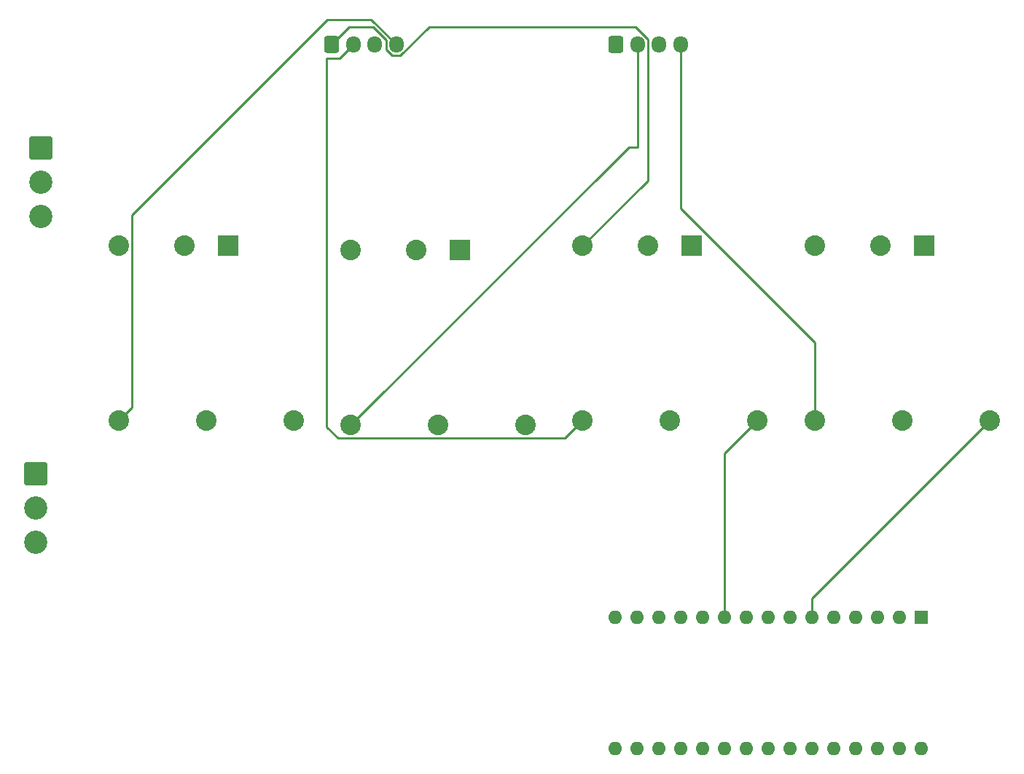
<source format=gbl>
%TF.GenerationSoftware,KiCad,Pcbnew,(6.0.11)*%
%TF.CreationDate,2023-02-28T23:19:18-08:00*%
%TF.ProjectId,kiCad_LED_project,6b694361-645f-44c4-9544-5f70726f6a65,rev?*%
%TF.SameCoordinates,Original*%
%TF.FileFunction,Copper,L2,Bot*%
%TF.FilePolarity,Positive*%
%FSLAX46Y46*%
G04 Gerber Fmt 4.6, Leading zero omitted, Abs format (unit mm)*
G04 Created by KiCad (PCBNEW (6.0.11)) date 2023-02-28 23:19:18*
%MOMM*%
%LPD*%
G01*
G04 APERTURE LIST*
G04 Aperture macros list*
%AMRoundRect*
0 Rectangle with rounded corners*
0 $1 Rounding radius*
0 $2 $3 $4 $5 $6 $7 $8 $9 X,Y pos of 4 corners*
0 Add a 4 corners polygon primitive as box body*
4,1,4,$2,$3,$4,$5,$6,$7,$8,$9,$2,$3,0*
0 Add four circle primitives for the rounded corners*
1,1,$1+$1,$2,$3*
1,1,$1+$1,$4,$5*
1,1,$1+$1,$6,$7*
1,1,$1+$1,$8,$9*
0 Add four rect primitives between the rounded corners*
20,1,$1+$1,$2,$3,$4,$5,0*
20,1,$1+$1,$4,$5,$6,$7,0*
20,1,$1+$1,$6,$7,$8,$9,0*
20,1,$1+$1,$8,$9,$2,$3,0*%
G04 Aperture macros list end*
%TA.AperFunction,ComponentPad*%
%ADD10R,2.390000X2.390000*%
%TD*%
%TA.AperFunction,ComponentPad*%
%ADD11C,2.390000*%
%TD*%
%TA.AperFunction,ComponentPad*%
%ADD12RoundRect,0.250001X-1.099999X1.099999X-1.099999X-1.099999X1.099999X-1.099999X1.099999X1.099999X0*%
%TD*%
%TA.AperFunction,ComponentPad*%
%ADD13C,2.700000*%
%TD*%
%TA.AperFunction,ComponentPad*%
%ADD14RoundRect,0.250000X-0.600000X-0.725000X0.600000X-0.725000X0.600000X0.725000X-0.600000X0.725000X0*%
%TD*%
%TA.AperFunction,ComponentPad*%
%ADD15O,1.700000X1.950000*%
%TD*%
%TA.AperFunction,ComponentPad*%
%ADD16R,1.600000X1.600000*%
%TD*%
%TA.AperFunction,ComponentPad*%
%ADD17O,1.600000X1.600000*%
%TD*%
%TA.AperFunction,Conductor*%
%ADD18C,0.250000*%
%TD*%
G04 APERTURE END LIST*
D10*
%TO.P,U1,1,+VIN*%
%TO.N,+BATT*%
X112767500Y-69105000D03*
D11*
%TO.P,U1,2*%
%TO.N,N/C*%
X107687500Y-69105000D03*
%TO.P,U1,3,PWMDIM*%
%TO.N,Net-(A1-Pad5)*%
X120387500Y-89425000D03*
%TO.P,U1,4,-VIN*%
%TO.N,GND*%
X110227500Y-89425000D03*
%TO.P,U1,5,-VOUT*%
%TO.N,Net-(J1-Pad2)*%
X100067500Y-89425000D03*
%TO.P,U1,6,+VOUT*%
%TO.N,Net-(J1-Pad1)*%
X100067500Y-69105000D03*
%TD*%
D12*
%TO.P,J3,1,Pin_1*%
%TO.N,+BATT*%
X64050000Y-57222500D03*
D13*
%TO.P,J3,2,Pin_2*%
%TO.N,GND*%
X64050000Y-61182500D03*
%TO.P,J3,3,Pin_3*%
%TO.N,unconnected-(J3-Pad3)*%
X64050000Y-65142500D03*
%TD*%
D10*
%TO.P,U4,1,+VIN*%
%TO.N,+BATT*%
X85817500Y-68580000D03*
D11*
%TO.P,U4,2*%
%TO.N,N/C*%
X80737500Y-68580000D03*
%TO.P,U4,3,PWMDIM*%
%TO.N,Net-(A1-Pad11)*%
X93437500Y-88900000D03*
%TO.P,U4,4,-VIN*%
%TO.N,GND*%
X83277500Y-88900000D03*
%TO.P,U4,5,-VOUT*%
%TO.N,Net-(J2-Pad4)*%
X73117500Y-88900000D03*
%TO.P,U4,6,+VOUT*%
%TO.N,Net-(J2-Pad3)*%
X73117500Y-68580000D03*
%TD*%
D14*
%TO.P,J2,1,Pin_1*%
%TO.N,Net-(J2-Pad1)*%
X97850000Y-45195000D03*
D15*
%TO.P,J2,2,Pin_2*%
%TO.N,Net-(J2-Pad2)*%
X100350000Y-45195000D03*
%TO.P,J2,3,Pin_3*%
%TO.N,Net-(J2-Pad3)*%
X102850000Y-45195000D03*
%TO.P,J2,4,Pin_4*%
%TO.N,Net-(J2-Pad4)*%
X105350000Y-45195000D03*
%TD*%
D10*
%TO.P,U2,1,+VIN*%
%TO.N,+BATT*%
X166650000Y-68580000D03*
D11*
%TO.P,U2,2*%
%TO.N,N/C*%
X161570000Y-68580000D03*
%TO.P,U2,3,PWMDIM*%
%TO.N,Net-(A1-Pad6)*%
X174270000Y-88900000D03*
%TO.P,U2,4,-VIN*%
%TO.N,GND*%
X164110000Y-88900000D03*
%TO.P,U2,5,-VOUT*%
%TO.N,Net-(J1-Pad4)*%
X153950000Y-88900000D03*
%TO.P,U2,6,+VOUT*%
%TO.N,Net-(J1-Pad3)*%
X153950000Y-68580000D03*
%TD*%
D12*
%TO.P,J4,1,Pin_1*%
%TO.N,GND*%
X63500000Y-95100000D03*
D13*
%TO.P,J4,2,Pin_2*%
%TO.N,Net-(A1-Pad24)*%
X63500000Y-99060000D03*
%TO.P,J4,3,Pin_3*%
%TO.N,Net-(A1-Pad23)*%
X63500000Y-103020000D03*
%TD*%
D14*
%TO.P,J1,1,Pin_1*%
%TO.N,Net-(J1-Pad1)*%
X130870000Y-45195000D03*
D15*
%TO.P,J1,2,Pin_2*%
%TO.N,Net-(J1-Pad2)*%
X133370000Y-45195000D03*
%TO.P,J1,3,Pin_3*%
%TO.N,Net-(J1-Pad3)*%
X135870000Y-45195000D03*
%TO.P,J1,4,Pin_4*%
%TO.N,Net-(J1-Pad4)*%
X138370000Y-45195000D03*
%TD*%
D10*
%TO.P,U3,1,+VIN*%
%TO.N,+BATT*%
X139700000Y-68580000D03*
D11*
%TO.P,U3,2*%
%TO.N,N/C*%
X134620000Y-68580000D03*
%TO.P,U3,3,PWMDIM*%
%TO.N,Net-(A1-Pad10)*%
X147320000Y-88900000D03*
%TO.P,U3,4,-VIN*%
%TO.N,GND*%
X137160000Y-88900000D03*
%TO.P,U3,5,-VOUT*%
%TO.N,Net-(J2-Pad2)*%
X127000000Y-88900000D03*
%TO.P,U3,6,+VOUT*%
%TO.N,Net-(J2-Pad1)*%
X127000000Y-68580000D03*
%TD*%
D16*
%TO.P,A1,1,D1/TX*%
%TO.N,unconnected-(A1-Pad1)*%
X166360000Y-111760000D03*
D17*
%TO.P,A1,2,D0/RX*%
%TO.N,unconnected-(A1-Pad2)*%
X163820000Y-111760000D03*
%TO.P,A1,3,~{RESET}*%
%TO.N,unconnected-(A1-Pad3)*%
X161280000Y-111760000D03*
%TO.P,A1,4,GND*%
%TO.N,GND*%
X158740000Y-111760000D03*
%TO.P,A1,5,D2*%
%TO.N,Net-(A1-Pad5)*%
X156200000Y-111760000D03*
%TO.P,A1,6,D3*%
%TO.N,Net-(A1-Pad6)*%
X153660000Y-111760000D03*
%TO.P,A1,7,D4*%
%TO.N,unconnected-(A1-Pad7)*%
X151120000Y-111760000D03*
%TO.P,A1,8,D5*%
%TO.N,unconnected-(A1-Pad8)*%
X148580000Y-111760000D03*
%TO.P,A1,9,D6*%
%TO.N,unconnected-(A1-Pad9)*%
X146040000Y-111760000D03*
%TO.P,A1,10,D7*%
%TO.N,Net-(A1-Pad10)*%
X143500000Y-111760000D03*
%TO.P,A1,11,D8*%
%TO.N,Net-(A1-Pad11)*%
X140960000Y-111760000D03*
%TO.P,A1,12,D9*%
%TO.N,unconnected-(A1-Pad12)*%
X138420000Y-111760000D03*
%TO.P,A1,13,D10*%
%TO.N,unconnected-(A1-Pad13)*%
X135880000Y-111760000D03*
%TO.P,A1,14,D11*%
%TO.N,unconnected-(A1-Pad14)*%
X133340000Y-111760000D03*
%TO.P,A1,15,D12*%
%TO.N,unconnected-(A1-Pad15)*%
X130800000Y-111760000D03*
%TO.P,A1,16,D13*%
%TO.N,unconnected-(A1-Pad16)*%
X130800000Y-127000000D03*
%TO.P,A1,17,3V3*%
%TO.N,unconnected-(A1-Pad17)*%
X133340000Y-127000000D03*
%TO.P,A1,18,AREF*%
%TO.N,unconnected-(A1-Pad18)*%
X135880000Y-127000000D03*
%TO.P,A1,19,A0*%
%TO.N,unconnected-(A1-Pad19)*%
X138420000Y-127000000D03*
%TO.P,A1,20,A1*%
%TO.N,unconnected-(A1-Pad20)*%
X140960000Y-127000000D03*
%TO.P,A1,21,A2*%
%TO.N,unconnected-(A1-Pad21)*%
X143500000Y-127000000D03*
%TO.P,A1,22,A3*%
%TO.N,unconnected-(A1-Pad22)*%
X146040000Y-127000000D03*
%TO.P,A1,23,A4*%
%TO.N,Net-(A1-Pad23)*%
X148580000Y-127000000D03*
%TO.P,A1,24,A5*%
%TO.N,Net-(A1-Pad24)*%
X151120000Y-127000000D03*
%TO.P,A1,25,A6*%
%TO.N,unconnected-(A1-Pad25)*%
X153660000Y-127000000D03*
%TO.P,A1,26,A7*%
%TO.N,unconnected-(A1-Pad26)*%
X156200000Y-127000000D03*
%TO.P,A1,27,+5V*%
%TO.N,unconnected-(A1-Pad27)*%
X158740000Y-127000000D03*
%TO.P,A1,28,~{RESET}*%
%TO.N,unconnected-(A1-Pad28)*%
X161280000Y-127000000D03*
%TO.P,A1,29,GND*%
%TO.N,GND*%
X163820000Y-127000000D03*
%TO.P,A1,30,VIN*%
%TO.N,+BATT*%
X166360000Y-127000000D03*
%TD*%
D18*
%TO.N,Net-(A1-Pad6)*%
X153660000Y-111760000D02*
X153660000Y-109510000D01*
X153660000Y-109510000D02*
X174270000Y-88900000D01*
%TO.N,Net-(A1-Pad10)*%
X143500000Y-92720000D02*
X147320000Y-88900000D01*
X143500000Y-111760000D02*
X143500000Y-92720000D01*
%TO.N,Net-(J1-Pad2)*%
X133370000Y-57130000D02*
X133370000Y-45195000D01*
X132362500Y-57130000D02*
X133370000Y-57130000D01*
X100067500Y-89425000D02*
X132362500Y-57130000D01*
%TO.N,Net-(J1-Pad4)*%
X153950000Y-79790000D02*
X138370000Y-64210000D01*
X153950000Y-88900000D02*
X153950000Y-79790000D01*
X138370000Y-64210000D02*
X138370000Y-45195000D01*
%TO.N,Net-(J2-Pad1)*%
X133141701Y-43180000D02*
X109151701Y-43180000D01*
X134545000Y-61035000D02*
X134545000Y-44583299D01*
X127000000Y-68580000D02*
X134545000Y-61035000D01*
X109151701Y-43180000D02*
X105836701Y-46495000D01*
X105836701Y-46495000D02*
X104863299Y-46495000D01*
X104863299Y-46495000D02*
X104175000Y-45806701D01*
X104175000Y-45806701D02*
X104175000Y-44656396D01*
X134545000Y-44583299D02*
X133141701Y-43180000D01*
X102698604Y-43180000D02*
X99865000Y-43180000D01*
X104175000Y-44656396D02*
X102698604Y-43180000D01*
X99865000Y-43180000D02*
X97850000Y-45195000D01*
%TO.N,Net-(J2-Pad2)*%
X97225001Y-89605001D02*
X97225001Y-46791141D01*
X127000000Y-88900000D02*
X124955000Y-90945000D01*
X98753859Y-46791141D02*
X100350000Y-45195000D01*
X98565000Y-90945000D02*
X97225001Y-89605001D01*
X124955000Y-90945000D02*
X98565000Y-90945000D01*
X97225001Y-46791141D02*
X98753859Y-46791141D01*
%TO.N,Net-(J2-Pad4)*%
X73117500Y-88900000D02*
X74637500Y-87380000D01*
X97354035Y-42280000D02*
X74637500Y-64996535D01*
X102435000Y-42280000D02*
X97354035Y-42280000D01*
X74637500Y-87380000D02*
X74637500Y-64996535D01*
X105350000Y-45195000D02*
X102435000Y-42280000D01*
%TD*%
M02*

</source>
